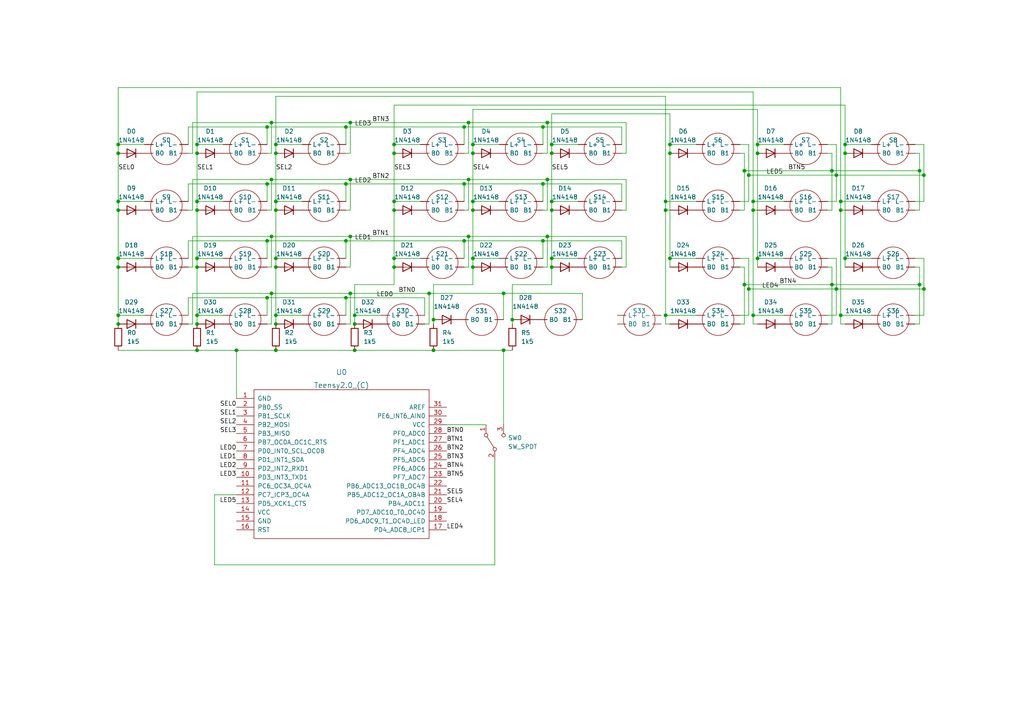
<source format=kicad_sch>
(kicad_sch (version 20211123) (generator eeschema)
  (paper "A4")
  (title_block (title "2023 Button Panel") (rev "1") (company "2129 Ultraviolet"))
  (lib_symbols
    (symbol "Device:R" (pin_numbers hide) (pin_names (offset 0))
      (property "Reference" "R" (at 2.032 0 90))
      (property "Value" "R" (at 0 0 90))
      (symbol "R_0_1"
        (rectangle (start -1.016 -2.54) (end 1.016 2.54) (stroke (width 0.254)))
      )
      (symbol "R_1_1"
        (pin passive line (at 0 3.81 270) (length 1.27) (name "~") (number "1"))
        (pin passive line (at 0 -3.81 90) (length 1.27) (name "~") (number "2"))
      )
    )
    (symbol "Diode:1N4148" (pin_numbers hide) (pin_names hide)
      (property "Reference" "D" (at 0 2.54 0))
      (property "Value" "1N4148" (at 0 -2.54 0))
      (symbol "1N4148_0_1"
        (polyline (pts (xy -1.27 1.27) (xy -1.27 -1.27)) (stroke (width 0.254)))
        (polyline (pts (xy 1.27 0) (xy -1.27 0)))
        (polyline (pts (xy 1.27 1.27) (xy 1.27 -1.27) (xy -1.27 0) (xy 1.27 1.27)) (stroke (width 0.254)))
      )
      (symbol "1N4148_1_1"
        (pin passive line (at -3.81 0 0) (length 2.54) (name "K") (number "1"))
        (pin passive line (at 3.81 0 180) (length 2.54) (name "A") (number "2"))
      )
    )
    (symbol "Switch:SW_SPDT" (pin_names (offset 0) hide)
      (property "Reference" "SW" (at 0 4.318 0))
      (property "Value" "SW_SPDT" (at 0 -5.08 0))
      (symbol "SW_SPDT_0_0"
        (circle (center -2.032 0) (radius 0.508))
        (circle (center 2.032 -2.54) (radius 0.508))
      )
      (symbol "SW_SPDT_0_1"
        (polyline (pts (xy -1.524 0.254) (xy 1.651 2.286)))
        (circle (center 2.032 2.54) (radius 0.508))
      )
      (symbol "SW_SPDT_1_1"
        (pin passive line (at 5.08 2.54 180) (length 2.54) (name "A") (number "1"))
        (pin passive line (at -5.08 0 0) (length 2.54) (name "B") (number "2"))
        (pin passive line (at 5.08 -2.54 180) (length 2.54) (name "C") (number "3"))
      )
    )
    (symbol "adafruit_arcade_button_led_1"
      (property "Reference" "S" (at 0 6.35 0))
      (property "Value" "adafruit_arcade_button_led_1" (at 0 8.89 0))
      (symbol "adafruit_arcade_button_led_1_0_1"
        (circle (center 0 0) (radius 4.5791))
      )
      (symbol "adafruit_arcade_button_led_1_1_1"
        (pin passive line (at -6.35 -1.27 0) (length 2.54) (name "B0") (number ""))
        (pin passive line (at 6.35 -1.27 180) (length 2.54) (name "B1") (number ""))
        (pin passive line (at -6.35 1.27 0) (length 2.54) (name "L+") (number ""))
        (pin passive line (at 6.35 1.27 180) (length 2.54) (name "L-") (number ""))
      )
    )
    (symbol "arcade_buttons:adafruit_arcade_button"
      (property "Reference" "S" (at 0 6.35 0))
      (property "Value" "adafruit_arcade_button" (at 0 8.89 0))
      (symbol "adafruit_arcade_button_0_1"
        (circle (center 0 0) (radius 4.5791))
      )
      (symbol "adafruit_arcade_button_1_1"
        (pin passive line (at -6.35 0 0) (length 2.54) (name "B0") (number ""))
        (pin passive line (at 6.35 0 180) (length 2.54) (name "B1") (number ""))
      )
    )
    (symbol "teensy:Teensy2.0_(C)" (pin_names (offset 1.016))
      (property "Reference" "U" (at 0 24.13 0))
      (property "Value" "Teensy2.0_(C)" (at 0 -24.13 0))
      (symbol "Teensy2.0_(C)_0_1"
        (rectangle (start -25.4 21.59) (end 25.4 -21.59))
      )
      (symbol "Teensy2.0_(C)_1_1"
        (pin power_in line (at -30.48 19.05 0) (length 5.08) (name "GND") (number "1"))
        (pin bidirectional line (at -30.48 -3.81 0) (length 5.08) (name "PD3_INT3_TXD1") (number "10"))
        (pin bidirectional line (at -30.48 -6.35 0) (length 5.08) (name "PC6_OC3A_OC4A") (number "11"))
        (pin bidirectional line (at -30.48 -8.89 0) (length 5.08) (name "PC7_ICP3_OC4A") (number "12"))
        (pin bidirectional line (at -30.48 -11.43 0) (length 5.08) (name "PD5_XCK1_CTS") (number "13"))
        (pin power_in line (at -30.48 -13.97 0) (length 5.08) (name "VCC") (number "14"))
        (pin power_in line (at -30.48 -16.51 0) (length 5.08) (name "GND") (number "15"))
        (pin input line (at -30.48 -19.05 0) (length 5.08) (name "RST") (number "16"))
        (pin bidirectional line (at 30.48 -19.05 180) (length 5.08) (name "PD4_ADC8_ICP1") (number "17"))
        (pin bidirectional line (at 30.48 -16.51 180) (length 5.08) (name "PD6_ADC9_T1_OC4D_LED") (number "18"))
        (pin bidirectional line (at 30.48 -13.97 180) (length 5.08) (name "PD7_ADC10_T0_OC4D") (number "19"))
        (pin bidirectional line (at -30.48 16.51 0) (length 5.08) (name "PB0_SS") (number "2"))
        (pin bidirectional line (at 30.48 -11.43 180) (length 5.08) (name "PB4_ADC11") (number "20"))
        (pin bidirectional line (at 30.48 -8.89 180) (length 5.08) (name "PB5_ADC12_OC1A_OB4B") (number "21"))
        (pin bidirectional line (at 30.48 -6.35 180) (length 5.08) (name "PB6_ADC13_OC1B_OC4B") (number "22"))
        (pin bidirectional line (at 30.48 -3.81 180) (length 5.08) (name "PF7_ADC7") (number "23"))
        (pin bidirectional line (at 30.48 -1.27 180) (length 5.08) (name "PF6_ADC6") (number "24"))
        (pin bidirectional line (at 30.48 1.27 180) (length 5.08) (name "PF5_ADC5") (number "25"))
        (pin bidirectional line (at 30.48 3.81 180) (length 5.08) (name "PF4_ADC4") (number "26"))
        (pin bidirectional line (at 30.48 6.35 180) (length 5.08) (name "PF1_ADC1") (number "27"))
        (pin bidirectional line (at 30.48 8.89 180) (length 5.08) (name "PF0_ADC0") (number "28"))
        (pin power_in line (at 30.48 11.43 180) (length 5.08) (name "VCC") (number "29"))
        (pin bidirectional line (at -30.48 13.97 0) (length 5.08) (name "PB1_SCLK") (number "3"))
        (pin bidirectional line (at 30.48 13.97 180) (length 5.08) (name "PE6_INT6_AIN0") (number "30"))
        (pin input line (at 30.48 16.51 180) (length 5.08) (name "AREF") (number "31"))
        (pin bidirectional line (at -30.48 11.43 0) (length 5.08) (name "PB2_MOSI") (number "4"))
        (pin bidirectional line (at -30.48 8.89 0) (length 5.08) (name "PB3_MISO") (number "5"))
        (pin bidirectional line (at -30.48 6.35 0) (length 5.08) (name "PB7_OC0A_OC1C_RTS") (number "6"))
        (pin bidirectional line (at -30.48 3.81 0) (length 5.08) (name "PD0_INT0_SCL_OC0B") (number "7"))
        (pin bidirectional line (at -30.48 1.27 0) (length 5.08) (name "PD1_INT1_SDA") (number "8"))
        (pin bidirectional line (at -30.48 -1.27 0) (length 5.08) (name "PD2_INT2_RXD1") (number "9"))
      )
    )
  )
  (junction (at 114.3 74.93))
  (junction (at 114.3 58.42))
  (junction (at 57.15 91.44))
  (junction (at 245.11 74.93))
  (junction (at 80.01 58.42))
  (junction (at 78.74 85.09))
  (junction (at 78.74 35.56))
  (junction (at 102.87 93.98))
  (junction (at 217.17 50.8))
  (junction (at 78.74 52.07))
  (junction (at 160.02 77.47))
  (junction (at 135.89 35.56))
  (junction (at 160.02 41.91))
  (junction (at 114.3 77.47))
  (junction (at 245.11 41.91))
  (junction (at 114.3 44.45))
  (junction (at 114.3 41.91))
  (junction (at 243.84 58.42))
  (junction (at 193.04 60.96))
  (junction (at 102.87 101.6))
  (junction (at 241.3 49.53))
  (junction (at 80.01 93.98))
  (junction (at 267.97 83.82))
  (junction (at 215.9 49.53))
  (junction (at 242.57 50.8))
  (junction (at 218.44 91.44))
  (junction (at 266.7 49.53))
  (junction (at 78.74 68.58))
  (junction (at 57.15 77.47))
  (junction (at 137.16 41.91))
  (junction (at 134.62 53.34))
  (junction (at 77.47 69.85))
  (junction (at 157.48 69.85))
  (junction (at 57.15 101.6))
  (junction (at 267.97 50.8))
  (junction (at 124.46 85.09))
  (junction (at 34.29 60.96))
  (junction (at 218.44 60.96))
  (junction (at 158.75 52.07))
  (junction (at 77.47 53.34))
  (junction (at 137.16 44.45))
  (junction (at 193.04 58.42))
  (junction (at 158.75 35.56))
  (junction (at 80.01 77.47))
  (junction (at 160.02 44.45))
  (junction (at 80.01 74.93))
  (junction (at 34.29 58.42))
  (junction (at 57.15 60.96))
  (junction (at 137.16 60.96))
  (junction (at 34.29 77.47))
  (junction (at 219.71 44.45))
  (junction (at 57.15 58.42))
  (junction (at 125.73 92.71))
  (junction (at 160.02 74.93))
  (junction (at 102.87 91.44))
  (junction (at 194.31 41.91))
  (junction (at 34.29 44.45))
  (junction (at 137.16 74.93))
  (junction (at 100.33 86.36))
  (junction (at 57.15 74.93))
  (junction (at 218.44 58.42))
  (junction (at 219.71 74.93))
  (junction (at 194.31 74.93))
  (junction (at 243.84 60.96))
  (junction (at 160.02 58.42))
  (junction (at 34.29 91.44))
  (junction (at 266.7 82.55))
  (junction (at 77.47 36.83))
  (junction (at 146.05 101.6))
  (junction (at 57.15 44.45))
  (junction (at 125.73 101.6))
  (junction (at 148.59 92.71))
  (junction (at 158.75 68.58))
  (junction (at 157.48 53.34))
  (junction (at 134.62 69.85))
  (junction (at 101.6 52.07))
  (junction (at 146.05 85.09))
  (junction (at 193.04 91.44))
  (junction (at 101.6 68.58))
  (junction (at 100.33 69.85))
  (junction (at 57.15 93.98))
  (junction (at 219.71 41.91))
  (junction (at 242.57 83.82))
  (junction (at 101.6 35.56))
  (junction (at 194.31 44.45))
  (junction (at 80.01 44.45))
  (junction (at 100.33 36.83))
  (junction (at 80.01 101.6))
  (junction (at 80.01 41.91))
  (junction (at 34.29 74.93))
  (junction (at 100.33 53.34))
  (junction (at 245.11 44.45))
  (junction (at 241.3 82.55))
  (junction (at 134.62 36.83))
  (junction (at 157.48 36.83))
  (junction (at 135.89 52.07))
  (junction (at 57.15 41.91))
  (junction (at 137.16 58.42))
  (junction (at 101.6 85.09))
  (junction (at 215.9 82.55))
  (junction (at 68.58 101.6))
  (junction (at 135.89 68.58))
  (junction (at 34.29 41.91))
  (junction (at 243.84 91.44))
  (junction (at 34.29 93.98))
  (junction (at 80.01 60.96))
  (junction (at 137.16 77.47))
  (junction (at 217.17 83.82))
  (junction (at 77.47 86.36))
  (junction (at 160.02 60.96))
  (junction (at 80.01 91.44))
  (junction (at 114.3 60.96))
  (wire (pts (xy 101.6 35.56) (xy 135.89 35.56)))
  (wire (pts (xy 78.74 68.58) (xy 101.6 68.58)))
  (wire (pts (xy 219.71 41.91) (xy 219.71 31.75)))
  (wire (pts (xy 54.61 93.98) (xy 55.88 93.98)))
  (wire (pts (xy 219.71 41.91) (xy 227.33 41.91)))
  (wire (pts (xy 80.01 41.91) (xy 80.01 44.45)))
  (wire (pts (xy 215.9 60.96) (xy 214.63 60.96)))
  (wire (pts (xy 55.88 85.09) (xy 55.88 93.98)))
  (wire (pts (xy 215.9 49.53) (xy 215.9 60.96)))
  (wire (pts (xy 243.84 91.44) (xy 243.84 93.98)))
  (wire (pts (xy 57.15 41.91) (xy 57.15 44.45)))
  (wire (pts (xy 80.01 91.44) (xy 80.01 93.98)))
  (wire (pts (xy 160.02 82.55) (xy 148.59 82.55)))
  (wire (pts (xy 245.11 74.93) (xy 245.11 77.47)))
  (wire (pts (xy 137.16 41.91) (xy 144.78 41.91)))
  (wire (pts (xy 57.15 60.96) (xy 57.15 74.93)))
  (wire (pts (xy 148.59 92.71) (xy 148.59 93.98)))
  (wire (pts (xy 114.3 30.48) (xy 114.3 41.91)))
  (wire (pts (xy 34.29 101.6) (xy 57.15 101.6)))
  (wire (pts (xy 80.01 27.94) (xy 80.01 41.91)))
  (wire (pts (xy 78.74 85.09) (xy 101.6 85.09)))
  (wire (pts (xy 68.58 101.6) (xy 68.58 115.57)))
  (wire (pts (xy 78.74 68.58) (xy 78.74 77.47)))
  (wire (pts (xy 135.89 52.07) (xy 158.75 52.07)))
  (wire (pts (xy 101.6 85.09) (xy 124.46 85.09)))
  (wire (pts (xy 157.48 74.93) (xy 157.48 69.85)))
  (wire (pts (xy 242.57 83.82) (xy 242.57 74.93)))
  (wire (pts (xy 194.31 41.91) (xy 201.93 41.91)))
  (wire (pts (xy 102.87 91.44) (xy 110.49 91.44)))
  (wire (pts (xy 124.46 85.09) (xy 146.05 85.09)))
  (wire (pts (xy 77.47 69.85) (xy 77.47 74.93)))
  (wire (pts (xy 137.16 74.93) (xy 137.16 60.96)))
  (wire (pts (xy 134.62 36.83) (xy 100.33 36.83)))
  (wire (pts (xy 265.43 60.96) (xy 266.7 60.96)))
  (wire (pts (xy 34.29 44.45) (xy 34.29 58.42)))
  (wire (pts (xy 181.61 60.96) (xy 180.34 60.96)))
  (wire (pts (xy 134.62 58.42) (xy 134.62 53.34)))
  (wire (pts (xy 266.7 44.45) (xy 265.43 44.45)))
  (wire (pts (xy 146.05 85.09) (xy 168.91 85.09)))
  (wire (pts (xy 218.44 26.67) (xy 57.15 26.67)))
  (wire (pts (xy 218.44 58.42) (xy 218.44 26.67)))
  (wire (pts (xy 158.75 35.56) (xy 158.75 44.45)))
  (wire (pts (xy 241.3 82.55) (xy 241.3 77.47)))
  (wire (pts (xy 180.34 41.91) (xy 180.34 36.83)))
  (wire (pts (xy 218.44 91.44) (xy 227.33 91.44)))
  (wire (pts (xy 137.16 58.42) (xy 137.16 44.45)))
  (wire (pts (xy 157.48 41.91) (xy 157.48 36.83)))
  (wire (pts (xy 78.74 60.96) (xy 77.47 60.96)))
  (wire (pts (xy 217.17 41.91) (xy 214.63 41.91)))
  (wire (pts (xy 146.05 101.6) (xy 148.59 101.6)))
  (wire (pts (xy 134.62 74.93) (xy 134.62 69.85)))
  (wire (pts (xy 181.61 44.45) (xy 180.34 44.45)))
  (wire (pts (xy 180.34 53.34) (xy 157.48 53.34)))
  (wire (pts (xy 101.6 44.45) (xy 100.33 44.45)))
  (wire (pts (xy 102.87 91.44) (xy 102.87 93.98)))
  (wire (pts (xy 245.11 44.45) (xy 245.11 74.93)))
  (wire (pts (xy 101.6 52.07) (xy 135.89 52.07)))
  (wire (pts (xy 77.47 93.98) (xy 78.74 93.98)))
  (wire (pts (xy 243.84 58.42) (xy 252.73 58.42)))
  (wire (pts (xy 80.01 101.6) (xy 102.87 101.6)))
  (wire (pts (xy 218.44 93.98) (xy 218.44 91.44)))
  (wire (pts (xy 102.87 101.6) (xy 125.73 101.6)))
  (wire (pts (xy 193.04 91.44) (xy 193.04 60.96)))
  (wire (pts (xy 218.44 60.96) (xy 218.44 58.42)))
  (wire (pts (xy 101.6 68.58) (xy 135.89 68.58)))
  (wire (pts (xy 242.57 58.42) (xy 242.57 50.8)))
  (wire (pts (xy 241.3 82.55) (xy 266.7 82.55)))
  (wire (pts (xy 80.01 74.93) (xy 87.63 74.93)))
  (wire (pts (xy 181.61 77.47) (xy 180.34 77.47)))
  (wire (pts (xy 135.89 44.45) (xy 134.62 44.45)))
  (wire (pts (xy 77.47 69.85) (xy 100.33 69.85)))
  (wire (pts (xy 194.31 74.93) (xy 194.31 77.47)))
  (wire (pts (xy 245.11 41.91) (xy 245.11 44.45)))
  (wire (pts (xy 219.71 93.98) (xy 218.44 93.98)))
  (wire (pts (xy 219.71 31.75) (xy 137.16 31.75)))
  (wire (pts (xy 160.02 74.93) (xy 167.64 74.93)))
  (wire (pts (xy 80.01 44.45) (xy 80.01 58.42)))
  (wire (pts (xy 125.73 82.55) (xy 137.16 82.55)))
  (wire (pts (xy 217.17 74.93) (xy 214.63 74.93)))
  (wire (pts (xy 215.9 49.53) (xy 241.3 49.53)))
  (wire (pts (xy 80.01 91.44) (xy 87.63 91.44)))
  (wire (pts (xy 146.05 85.09) (xy 146.05 92.71)))
  (wire (pts (xy 55.88 44.45) (xy 54.61 44.45)))
  (wire (pts (xy 34.29 91.44) (xy 41.91 91.44)))
  (wire (pts (xy 193.04 93.98) (xy 193.04 91.44)))
  (wire (pts (xy 77.47 53.34) (xy 77.47 58.42)))
  (wire (pts (xy 194.31 44.45) (xy 194.31 74.93)))
  (wire (pts (xy 180.34 58.42) (xy 180.34 53.34)))
  (wire (pts (xy 218.44 91.44) (xy 218.44 60.96)))
  (wire (pts (xy 242.57 50.8) (xy 242.57 41.91)))
  (wire (pts (xy 57.15 91.44) (xy 57.15 93.98)))
  (wire (pts (xy 194.31 33.02) (xy 160.02 33.02)))
  (wire (pts (xy 215.9 44.45) (xy 215.9 49.53)))
  (wire (pts (xy 217.17 91.44) (xy 217.17 83.82)))
  (wire (pts (xy 34.29 58.42) (xy 34.29 60.96)))
  (wire (pts (xy 34.29 58.42) (xy 41.91 58.42)))
  (wire (pts (xy 64.77 41.91) (xy 57.15 41.91)))
  (wire (pts (xy 34.29 41.91) (xy 34.29 44.45)))
  (wire (pts (xy 242.57 74.93) (xy 240.03 74.93)))
  (wire (pts (xy 101.6 85.09) (xy 101.6 93.98)))
  (wire (pts (xy 62.23 143.51) (xy 68.58 143.51)))
  (wire (pts (xy 100.33 69.85) (xy 100.33 74.93)))
  (wire (pts (xy 101.6 68.58) (xy 101.6 77.47)))
  (wire (pts (xy 218.44 58.42) (xy 227.33 58.42)))
  (wire (pts (xy 124.46 85.09) (xy 124.46 93.98)))
  (wire (pts (xy 143.51 133.35) (xy 143.51 163.83)))
  (wire (pts (xy 114.3 58.42) (xy 114.3 60.96)))
  (wire (pts (xy 181.61 68.58) (xy 181.61 77.47)))
  (wire (pts (xy 34.29 25.4) (xy 34.29 41.91)))
  (wire (pts (xy 215.9 82.55) (xy 215.9 93.98)))
  (wire (pts (xy 180.34 74.93) (xy 180.34 69.85)))
  (wire (pts (xy 101.6 77.47) (xy 100.33 77.47)))
  (wire (pts (xy 265.43 93.98) (xy 266.7 93.98)))
  (wire (pts (xy 245.11 41.91) (xy 245.11 30.48)))
  (wire (pts (xy 242.57 50.8) (xy 267.97 50.8)))
  (wire (pts (xy 158.75 52.07) (xy 158.75 60.96)))
  (wire (pts (xy 160.02 33.02) (xy 160.02 41.91)))
  (wire (pts (xy 240.03 58.42) (xy 242.57 58.42)))
  (wire (pts (xy 137.16 82.55) (xy 137.16 77.47)))
  (wire (pts (xy 54.61 53.34) (xy 54.61 58.42)))
  (wire (pts (xy 137.16 60.96) (xy 137.16 58.42)))
  (wire (pts (xy 215.9 93.98) (xy 214.63 93.98)))
  (wire (pts (xy 217.17 58.42) (xy 217.17 50.8)))
  (wire (pts (xy 160.02 74.93) (xy 160.02 77.47)))
  (wire (pts (xy 114.3 77.47) (xy 114.3 82.55)))
  (wire (pts (xy 241.3 93.98) (xy 241.3 82.55)))
  (wire (pts (xy 80.01 58.42) (xy 87.63 58.42)))
  (wire (pts (xy 157.48 69.85) (xy 134.62 69.85)))
  (wire (pts (xy 123.19 91.44) (xy 123.19 86.36)))
  (wire (pts (xy 193.04 91.44) (xy 201.93 91.44)))
  (wire (pts (xy 34.29 91.44) (xy 34.29 93.98)))
  (wire (pts (xy 134.62 69.85) (xy 100.33 69.85)))
  (wire (pts (xy 193.04 58.42) (xy 193.04 27.94)))
  (wire (pts (xy 125.73 92.71) (xy 125.73 93.98)))
  (wire (pts (xy 100.33 86.36) (xy 100.33 91.44)))
  (wire (pts (xy 100.33 53.34) (xy 100.33 58.42)))
  (wire (pts (xy 240.03 60.96) (xy 241.3 60.96)))
  (wire (pts (xy 80.01 60.96) (xy 80.01 74.93)))
  (wire (pts (xy 267.97 50.8) (xy 267.97 41.91)))
  (wire (pts (xy 219.71 44.45) (xy 219.71 74.93)))
  (wire (pts (xy 57.15 74.93) (xy 64.77 74.93)))
  (wire (pts (xy 77.47 86.36) (xy 100.33 86.36)))
  (wire (pts (xy 100.33 36.83) (xy 100.33 41.91)))
  (wire (pts (xy 57.15 58.42) (xy 57.15 60.96)))
  (wire (pts (xy 125.73 82.55) (xy 125.73 92.71)))
  (wire (pts (xy 137.16 44.45) (xy 137.16 41.91)))
  (wire (pts (xy 135.89 35.56) (xy 135.89 44.45)))
  (wire (pts (xy 158.75 35.56) (xy 181.61 35.56)))
  (wire (pts (xy 54.61 86.36) (xy 77.47 86.36)))
  (wire (pts (xy 34.29 77.47) (xy 34.29 91.44)))
  (wire (pts (xy 194.31 93.98) (xy 193.04 93.98)))
  (wire (pts (xy 55.88 85.09) (xy 78.74 85.09)))
  (wire (pts (xy 78.74 85.09) (xy 78.74 93.98)))
  (wire (pts (xy 100.33 93.98) (xy 101.6 93.98)))
  (wire (pts (xy 265.43 58.42) (xy 267.97 58.42)))
  (wire (pts (xy 157.48 53.34) (xy 134.62 53.34)))
  (wire (pts (xy 57.15 91.44) (xy 64.77 91.44)))
  (wire (pts (xy 124.46 93.98) (xy 123.19 93.98)))
  (wire (pts (xy 158.75 44.45) (xy 157.48 44.45)))
  (wire (pts (xy 219.71 74.93) (xy 219.71 77.47)))
  (wire (pts (xy 158.75 68.58) (xy 135.89 68.58)))
  (wire (pts (xy 243.84 58.42) (xy 243.84 60.96)))
  (wire (pts (xy 214.63 44.45) (xy 215.9 44.45)))
  (wire (pts (xy 243.84 91.44) (xy 252.73 91.44)))
  (wire (pts (xy 77.47 36.83) (xy 77.47 41.91)))
  (wire (pts (xy 266.7 93.98) (xy 266.7 82.55)))
  (wire (pts (xy 157.48 58.42) (xy 157.48 53.34)))
  (wire (pts (xy 87.63 41.91) (xy 80.01 41.91)))
  (wire (pts (xy 160.02 41.91) (xy 160.02 44.45)))
  (wire (pts (xy 34.29 25.4) (xy 243.84 25.4)))
  (wire (pts (xy 102.87 82.55) (xy 102.87 91.44)))
  (wire (pts (xy 241.3 49.53) (xy 266.7 49.53)))
  (wire (pts (xy 114.3 60.96) (xy 114.3 74.93)))
  (wire (pts (xy 57.15 58.42) (xy 64.77 58.42)))
  (wire (pts (xy 80.01 77.47) (xy 80.01 91.44)))
  (wire (pts (xy 78.74 52.07) (xy 101.6 52.07)))
  (wire (pts (xy 214.63 77.47) (xy 215.9 77.47)))
  (wire (pts (xy 146.05 101.6) (xy 146.05 123.19)))
  (wire (pts (xy 267.97 58.42) (xy 267.97 50.8)))
  (wire (pts (xy 194.31 41.91) (xy 194.31 33.02)))
  (wire (pts (xy 114.3 82.55) (xy 102.87 82.55)))
  (wire (pts (xy 193.04 27.94) (xy 80.01 27.94)))
  (wire (pts (xy 101.6 60.96) (xy 100.33 60.96)))
  (wire (pts (xy 143.51 163.83) (xy 62.23 163.83)))
  (wire (pts (xy 101.6 52.07) (xy 101.6 60.96)))
  (wire (pts (xy 243.84 93.98) (xy 245.11 93.98)))
  (wire (pts (xy 125.73 101.6) (xy 146.05 101.6)))
  (wire (pts (xy 134.62 53.34) (xy 100.33 53.34)))
  (wire (pts (xy 267.97 74.93) (xy 265.43 74.93)))
  (wire (pts (xy 78.74 77.47) (xy 77.47 77.47)))
  (wire (pts (xy 193.04 60.96) (xy 193.04 58.42)))
  (wire (pts (xy 243.84 58.42) (xy 243.84 25.4)))
  (wire (pts (xy 168.91 85.09) (xy 168.91 92.71)))
  (wire (pts (xy 41.91 41.91) (xy 34.29 41.91)))
  (wire (pts (xy 114.3 41.91) (xy 121.92 41.91)))
  (wire (pts (xy 78.74 44.45) (xy 77.47 44.45)))
  (wire (pts (xy 214.63 91.44) (xy 217.17 91.44)))
  (wire (pts (xy 158.75 68.58) (xy 181.61 68.58)))
  (wire (pts (xy 194.31 74.93) (xy 201.93 74.93)))
  (wire (pts (xy 137.16 31.75) (xy 137.16 41.91)))
  (wire (pts (xy 266.7 49.53) (xy 266.7 44.45)))
  (wire (pts (xy 157.48 77.47) (xy 158.75 77.47)))
  (wire (pts (xy 54.61 36.83) (xy 54.61 41.91)))
  (wire (pts (xy 135.89 60.96) (xy 134.62 60.96)))
  (wire (pts (xy 34.29 74.93) (xy 41.91 74.93)))
  (wire (pts (xy 240.03 91.44) (xy 242.57 91.44)))
  (wire (pts (xy 193.04 60.96) (xy 194.31 60.96)))
  (wire (pts (xy 114.3 74.93) (xy 114.3 77.47)))
  (wire (pts (xy 219.71 41.91) (xy 219.71 44.45)))
  (wire (pts (xy 160.02 44.45) (xy 160.02 58.42)))
  (wire (pts (xy 57.15 101.6) (xy 68.58 101.6)))
  (wire (pts (xy 55.88 35.56) (xy 78.74 35.56)))
  (wire (pts (xy 180.34 36.83) (xy 157.48 36.83)))
  (wire (pts (xy 135.89 52.07) (xy 135.89 60.96)))
  (wire (pts (xy 54.61 36.83) (xy 77.47 36.83)))
  (wire (pts (xy 57.15 44.45) (xy 57.15 58.42)))
  (wire (pts (xy 215.9 82.55) (xy 241.3 82.55)))
  (wire (pts (xy 158.75 77.47) (xy 158.75 68.58)))
  (wire (pts (xy 54.61 69.85) (xy 77.47 69.85)))
  (wire (pts (xy 54.61 53.34) (xy 77.47 53.34)))
  (wire (pts (xy 129.54 123.19) (xy 140.97 123.19)))
  (wire (pts (xy 160.02 58.42) (xy 167.64 58.42)))
  (wire (pts (xy 266.7 77.47) (xy 265.43 77.47)))
  (wire (pts (xy 55.88 68.58) (xy 78.74 68.58)))
  (wire (pts (xy 240.03 93.98) (xy 241.3 93.98)))
  (wire (pts (xy 214.63 58.42) (xy 217.17 58.42)))
  (wire (pts (xy 241.3 60.96) (xy 241.3 49.53)))
  (wire (pts (xy 101.6 35.56) (xy 101.6 44.45)))
  (wire (pts (xy 55.88 60.96) (xy 54.61 60.96)))
  (wire (pts (xy 157.48 36.83) (xy 134.62 36.83)))
  (wire (pts (xy 160.02 41.91) (xy 167.64 41.91)))
  (wire (pts (xy 78.74 35.56) (xy 78.74 44.45)))
  (wire (pts (xy 242.57 83.82) (xy 267.97 83.82)))
  (wire (pts (xy 55.88 52.07) (xy 78.74 52.07)))
  (wire (pts (xy 80.01 58.42) (xy 80.01 60.96)))
  (wire (pts (xy 181.61 52.07) (xy 181.61 60.96)))
  (wire (pts (xy 34.29 60.96) (xy 34.29 74.93)))
  (wire (pts (xy 114.3 30.48) (xy 245.11 30.48)))
  (wire (pts (xy 62.23 163.83) (xy 62.23 143.51)))
  (wire (pts (xy 193.04 58.42) (xy 201.93 58.42)))
  (wire (pts (xy 77.47 36.83) (xy 100.33 36.83)))
  (wire (pts (xy 78.74 35.56) (xy 101.6 35.56)))
  (wire (pts (xy 135.89 35.56) (xy 158.75 35.56)))
  (wire (pts (xy 57.15 77.47) (xy 57.15 91.44)))
  (wire (pts (xy 137.16 77.47) (xy 137.16 74.93)))
  (wire (pts (xy 114.3 41.91) (xy 114.3 44.45)))
  (wire (pts (xy 245.11 74.93) (xy 252.73 74.93)))
  (wire (pts (xy 267.97 83.82) (xy 267.97 74.93)))
  (wire (pts (xy 218.44 60.96) (xy 219.71 60.96)))
  (wire (pts (xy 266.7 60.96) (xy 266.7 49.53)))
  (wire (pts (xy 68.58 101.6) (xy 80.01 101.6)))
  (wire (pts (xy 34.29 74.93) (xy 34.29 77.47)))
  (wire (pts (xy 217.17 50.8) (xy 242.57 50.8)))
  (wire (pts (xy 77.47 53.34) (xy 100.33 53.34)))
  (wire (pts (xy 55.88 77.47) (xy 54.61 77.47)))
  (wire (pts (xy 267.97 91.44) (xy 267.97 83.82)))
  (wire (pts (xy 241.3 49.53) (xy 241.3 44.45)))
  (wire (pts (xy 135.89 68.58) (xy 135.89 77.47)))
  (wire (pts (xy 158.75 52.07) (xy 181.61 52.07)))
  (wire (pts (xy 134.62 41.91) (xy 134.62 36.83)))
  (wire (pts (xy 217.17 83.82) (xy 242.57 83.82)))
  (wire (pts (xy 160.02 58.42) (xy 160.02 60.96)))
  (wire (pts (xy 217.17 50.8) (xy 217.17 41.91)))
  (wire (pts (xy 242.57 91.44) (xy 242.57 83.82)))
  (wire (pts (xy 242.57 41.91) (xy 240.03 41.91)))
  (wire (pts (xy 181.61 35.56) (xy 181.61 44.45)))
  (wire (pts (xy 241.3 44.45) (xy 240.03 44.45)))
  (wire (pts (xy 54.61 69.85) (xy 54.61 74.93)))
  (wire (pts (xy 219.71 74.93) (xy 227.33 74.93)))
  (wire (pts (xy 55.88 52.07) (xy 55.88 60.96)))
  (wire (pts (xy 160.02 77.47) (xy 160.02 82.55)))
  (wire (pts (xy 158.75 60.96) (xy 157.48 60.96)))
  (wire (pts (xy 267.97 41.91) (xy 265.43 41.91)))
  (wire (pts (xy 265.43 91.44) (xy 267.97 91.44)))
  (wire (pts (xy 245.11 41.91) (xy 252.73 41.91)))
  (wire (pts (xy 160.02 60.96) (xy 160.02 74.93)))
  (wire (pts (xy 55.88 68.58) (xy 55.88 77.47)))
  (wire (pts (xy 266.7 82.55) (xy 266.7 77.47)))
  (wire (pts (xy 243.84 60.96) (xy 243.84 91.44)))
  (wire (pts (xy 180.34 69.85) (xy 157.48 69.85)))
  (wire (pts (xy 148.59 82.55) (xy 148.59 92.71)))
  (wire (pts (xy 57.15 74.93) (xy 57.15 77.47)))
  (wire (pts (xy 243.84 60.96) (xy 245.11 60.96)))
  (wire (pts (xy 78.74 52.07) (xy 78.74 60.96)))
  (wire (pts (xy 80.01 74.93) (xy 80.01 77.47)))
  (wire (pts (xy 114.3 44.45) (xy 114.3 58.42)))
  (wire (pts (xy 54.61 86.36) (xy 54.61 91.44)))
  (wire (pts (xy 241.3 77.47) (xy 240.03 77.47)))
  (wire (pts (xy 137.16 58.42) (xy 144.78 58.42)))
  (wire (pts (xy 114.3 74.93) (xy 121.92 74.93)))
  (wire (pts (xy 55.88 35.56) (xy 55.88 44.45)))
  (wire (pts (xy 57.15 26.67) (xy 57.15 41.91)))
  (wire (pts (xy 77.47 86.36) (xy 77.47 91.44)))
  (wire (pts (xy 194.31 41.91) (xy 194.31 44.45)))
  (wire (pts (xy 137.16 74.93) (xy 144.78 74.93)))
  (wire (pts (xy 123.19 86.36) (xy 100.33 86.36)))
  (wire (pts (xy 215.9 77.47) (xy 215.9 82.55)))
  (wire (pts (xy 217.17 83.82) (xy 217.17 74.93)))
  (wire (pts (xy 135.89 77.47) (xy 134.62 77.47)))
  (wire (pts (xy 114.3 58.42) (xy 121.92 58.42)))
  (label "LED4" (at 220.98 83.82 0))
  (label "SEL1" (at 68.58 120.65 180))
  (label "SEL4" (at 129.54 146.05 0))
  (label "BTN2" (at 129.54 130.81 0))
  (label "BTN1" (at 129.54 128.27 0))
  (label "LED3" (at 68.58 138.43 180))
  (label "SEL5" (at 129.54 143.51 0))
  (label "BTN1" (at 107.95 68.58 0))
  (label "SEL3" (at 68.58 125.73 180))
  (label "BTN3" (at 129.54 133.35 0))
  (label "LED0" (at 109.22 86.36 0))
  (label "SEL4" (at 137.16 49.53 0))
  (label "BTN2" (at 107.95 52.07 0))
  (label "LED2" (at 68.58 135.89 180))
  (label "BTN4" (at 226.06 82.55 0))
  (label "LED1" (at 68.58 133.35 180))
  (label "SEL2" (at 68.58 123.19 180))
  (label "LED1" (at 102.87 69.85 0))
  (label "LED4" (at 129.54 153.67 0))
  (label "BTN5" (at 129.54 138.43 0))
  (label "SEL0" (at 34.29 49.53 0))
  (label "SEL1" (at 57.15 49.53 0))
  (label "LED3" (at 102.87 36.83 0))
  (label "LED5" (at 68.58 146.05 180))
  (label "LED0" (at 68.58 130.81 180))
  (label "SEL3" (at 114.3 49.53 0))
  (label "BTN4" (at 129.54 135.89 0))
  (label "BTN0" (at 129.54 125.73 0))
  (label "SEL0" (at 68.58 118.11 180))
  (label "LED5" (at 222.25 50.8 0))
  (label "LED2" (at 102.87 53.34 0))
  (label "SEL5" (at 160.02 49.53 0))
  (label "BTN3" (at 107.95 35.56 0))
  (label "SEL2" (at 80.01 49.53 0))
  (label "BTN5" (at 228.6 49.53 0))
  (label "BTN0" (at 115.57 85.09 0))
  (symbol (lib_name "adafruit_arcade_button_led_1") (lib_id "arcade_buttons:adafruit_arcade_button_led") (at 71.12 76.2 0) (unit 1)
    (property "Reference" "S19" (at 71.12 73.66 0))
    (property "Value" "adafruit_arcade_button_led" (effects hide))
  )
  (symbol (lib_id "Device:R") (at 80.01 97.79 0) (unit 1)
    (property "Reference" "R2" (at 82.55 96.5199 0) (effects (justify left)))
    (property "Value" "1k5" (at 82.55 99.0599 0) (effects (justify left)))
  )
  (symbol (lib_id "arcade_buttons:adafruit_arcade_button") (at 139.7 92.71 0) (unit 1)
    (property "Reference" "S31" (at 139.7 90.17 0))
    (property "Value" "adafruit_arcade_button" (effects hide))
  )
  (symbol (lib_id "Diode:1N4148") (at 198.12 77.47 180) (unit 1)
    (property "Reference" "D24" (at 198.12 71.12 0))
    (property "Value" "1N4148" (at 198.12 73.66 0))
    (property "Footprint" "Diode_THT:D_DO-35_SOD27_P7.62mm_Horizontal" (effects hide))
    (property "Datasheet" "https://assets.nexperia.com/documents/data-sheet/1N4148_1N4448.pdf" (effects hide))
  )
  (symbol (lib_id "Diode:1N4148") (at 60.96 77.47 180) (unit 1)
    (property "Reference" "D19" (at 60.96 71.12 0))
    (property "Value" "1N4148" (at 60.96 73.66 0))
    (property "Footprint" "Diode_THT:D_DO-35_SOD27_P7.62mm_Horizontal" (effects hide))
    (property "Datasheet" "https://assets.nexperia.com/documents/data-sheet/1N4148_1N4448.pdf" (effects hide))
  )
  (symbol (lib_id "Diode:1N4148") (at 38.1 77.47 180) (unit 1)
    (property "Reference" "D18" (at 38.1 71.12 0))
    (property "Value" "1N4148" (at 38.1 73.66 0))
    (property "Footprint" "Diode_THT:D_DO-35_SOD27_P7.62mm_Horizontal" (effects hide))
    (property "Datasheet" "https://assets.nexperia.com/documents/data-sheet/1N4148_1N4448.pdf" (effects hide))
  )
  (symbol (lib_name "adafruit_arcade_button_led_1") (lib_id "arcade_buttons:adafruit_arcade_button_led") (at 173.99 59.69 0) (unit 1)
    (property "Reference" "S14" (at 173.99 57.15 0))
    (property "Value" "adafruit_arcade_button_led" (effects hide))
  )
  (symbol (lib_name "adafruit_arcade_button_led_1") (lib_id "arcade_buttons:adafruit_arcade_button_led") (at 128.27 43.18 0) (unit 1)
    (property "Reference" "S3" (at 128.27 40.64 0))
    (property "Value" "adafruit_arcade_button_led" (effects hide))
  )
  (symbol (lib_name "adafruit_arcade_button_led_1") (lib_id "arcade_buttons:adafruit_arcade_button_led") (at 233.68 59.69 0) (unit 1)
    (property "Reference" "S16" (at 233.68 57.15 0))
    (property "Value" "adafruit_arcade_button_led" (effects hide))
  )
  (symbol (lib_name "adafruit_arcade_button_led_1") (lib_id "arcade_buttons:adafruit_arcade_button_led") (at 48.26 92.71 0) (unit 1)
    (property "Reference" "S27" (at 48.26 90.17 0))
    (property "Value" "adafruit_arcade_button_led" (effects hide))
  )
  (symbol (lib_name "adafruit_arcade_button_led_1") (lib_id "arcade_buttons:adafruit_arcade_button_led") (at 93.98 43.18 0) (unit 1)
    (property "Reference" "S2" (at 93.98 40.64 0))
    (property "Value" "adafruit_arcade_button_led" (effects hide))
  )
  (symbol (lib_name "adafruit_arcade_button_led_1") (lib_id "arcade_buttons:adafruit_arcade_button_led") (at 233.68 92.71 0) (unit 1)
    (property "Reference" "S35" (at 233.68 90.17 0))
    (property "Value" "adafruit_arcade_button_led" (effects hide))
  )
  (symbol (lib_id "Diode:1N4148") (at 198.12 93.98 180) (unit 1)
    (property "Reference" "D33" (at 198.12 87.63 0))
    (property "Value" "1N4148" (at 198.12 90.17 0))
    (property "Footprint" "Diode_THT:D_DO-35_SOD27_P7.62mm_Horizontal" (effects hide))
    (property "Datasheet" "https://assets.nexperia.com/documents/data-sheet/1N4148_1N4448.pdf" (effects hide))
  )
  (symbol (lib_id "Diode:1N4148") (at 223.52 77.47 180) (unit 1)
    (property "Reference" "D25" (at 223.52 71.12 0))
    (property "Value" "1N4148" (at 223.52 73.66 0))
    (property "Footprint" "Diode_THT:D_DO-35_SOD27_P7.62mm_Horizontal" (effects hide))
    (property "Datasheet" "https://assets.nexperia.com/documents/data-sheet/1N4148_1N4448.pdf" (effects hide))
  )
  (symbol (lib_id "Diode:1N4148") (at 223.52 44.45 180) (unit 1)
    (property "Reference" "D7" (at 223.52 38.1 0))
    (property "Value" "1N4148" (at 223.52 40.64 0))
    (property "Footprint" "Diode_THT:D_DO-35_SOD27_P7.62mm_Horizontal" (effects hide))
    (property "Datasheet" "https://assets.nexperia.com/documents/data-sheet/1N4148_1N4448.pdf" (effects hide))
  )
  (symbol (lib_id "Diode:1N4148") (at 38.1 60.96 180) (unit 1)
    (property "Reference" "D9" (at 38.1 54.61 0))
    (property "Value" "1N4148" (at 38.1 57.15 0))
    (property "Footprint" "Diode_THT:D_DO-35_SOD27_P7.62mm_Horizontal" (effects hide))
    (property "Datasheet" "https://assets.nexperia.com/documents/data-sheet/1N4148_1N4448.pdf" (effects hide))
  )
  (symbol (lib_name "adafruit_arcade_button_led_1") (lib_id "arcade_buttons:adafruit_arcade_button_led") (at 208.28 43.18 0) (unit 1)
    (property "Reference" "S6" (at 208.28 40.64 0))
    (property "Value" "adafruit_arcade_button_led" (effects hide))
  )
  (symbol (lib_name "adafruit_arcade_button_led_1") (lib_id "arcade_buttons:adafruit_arcade_button_led") (at 233.68 43.18 0) (unit 1)
    (property "Reference" "S7" (at 233.68 40.64 0))
    (property "Value" "adafruit_arcade_button_led" (effects hide))
  )
  (symbol (lib_name "adafruit_arcade_button_led_1") (lib_id "arcade_buttons:adafruit_arcade_button_led") (at 259.08 76.2 0) (unit 1)
    (property "Reference" "S26" (at 259.08 73.66 0))
    (property "Value" "adafruit_arcade_button_led" (effects hide))
  )
  (symbol (lib_id "Diode:1N4148") (at 198.12 60.96 180) (unit 1)
    (property "Reference" "D15" (at 198.12 54.61 0))
    (property "Value" "1N4148" (at 198.12 57.15 0))
    (property "Footprint" "Diode_THT:D_DO-35_SOD27_P7.62mm_Horizontal" (effects hide))
    (property "Datasheet" "https://assets.nexperia.com/documents/data-sheet/1N4148_1N4448.pdf" (effects hide))
  )
  (symbol (lib_id "Device:R") (at 125.73 97.79 0) (unit 1)
    (property "Reference" "R4" (at 128.27 96.5199 0) (effects (justify left)))
    (property "Value" "1k5" (at 128.27 99.0599 0) (effects (justify left)))
  )
  (symbol (lib_id "Diode:1N4148") (at 223.52 60.96 180) (unit 1)
    (property "Reference" "D16" (at 223.52 54.61 0))
    (property "Value" "1N4148" (at 223.52 57.15 0))
    (property "Footprint" "Diode_THT:D_DO-35_SOD27_P7.62mm_Horizontal" (effects hide))
    (property "Datasheet" "https://assets.nexperia.com/documents/data-sheet/1N4148_1N4448.pdf" (effects hide))
  )
  (symbol (lib_id "Diode:1N4148") (at 140.97 77.47 180) (unit 1)
    (property "Reference" "D22" (at 140.97 71.12 0))
    (property "Value" "1N4148" (at 140.97 73.66 0))
    (property "Footprint" "Diode_THT:D_DO-35_SOD27_P7.62mm_Horizontal" (effects hide))
    (property "Datasheet" "https://assets.nexperia.com/documents/data-sheet/1N4148_1N4448.pdf" (effects hide))
  )
  (symbol (lib_id "Switch:SW_SPDT") (at 143.51 128.27 90) (unit 1)
    (property "Reference" "SW0" (at 147.32 126.9999 90) (effects (justify right)))
    (property "Value" "SW_SPDT" (at 147.32 129.5399 90) (effects (justify right)))
  )
  (symbol (lib_id "Device:R") (at 148.59 97.79 0) (unit 1)
    (property "Reference" "R5" (at 151.13 96.5199 0) (effects (justify left)))
    (property "Value" "1k5" (at 151.13 99.0599 0) (effects (justify left)))
  )
  (symbol (lib_id "Diode:1N4148") (at 83.82 93.98 180) (unit 1)
    (property "Reference" "D31" (at 83.82 87.63 0))
    (property "Value" "1N4148" (at 83.82 90.17 0))
    (property "Footprint" "Diode_THT:D_DO-35_SOD27_P7.62mm_Horizontal" (effects hide))
    (property "Datasheet" "https://assets.nexperia.com/documents/data-sheet/1N4148_1N4448.pdf" (effects hide))
  )
  (symbol (lib_name "adafruit_arcade_button_led_1") (lib_id "arcade_buttons:adafruit_arcade_button_led") (at 71.12 59.69 0) (unit 1)
    (property "Reference" "S10" (at 71.12 57.15 0))
    (property "Value" "adafruit_arcade_button_led" (effects hide))
  )
  (symbol (lib_id "Diode:1N4148") (at 83.82 77.47 180) (unit 1)
    (property "Reference" "D20" (at 83.82 71.12 0))
    (property "Value" "1N4148" (at 83.82 73.66 0))
    (property "Footprint" "Diode_THT:D_DO-35_SOD27_P7.62mm_Horizontal" (effects hide))
    (property "Datasheet" "https://assets.nexperia.com/documents/data-sheet/1N4148_1N4448.pdf" (effects hide))
  )
  (symbol (lib_id "Diode:1N4148") (at 83.82 60.96 180) (unit 1)
    (property "Reference" "D11" (at 83.82 54.61 0))
    (property "Value" "1N4148" (at 83.82 57.15 0))
    (property "Footprint" "Diode_THT:D_DO-35_SOD27_P7.62mm_Horizontal" (effects hide))
    (property "Datasheet" "https://assets.nexperia.com/documents/data-sheet/1N4148_1N4448.pdf" (effects hide))
  )
  (symbol (lib_id "Diode:1N4148") (at 163.83 60.96 180) (unit 1)
    (property "Reference" "D14" (at 163.83 54.61 0))
    (property "Value" "1N4148" (at 163.83 57.15 0))
    (property "Footprint" "Diode_THT:D_DO-35_SOD27_P7.62mm_Horizontal" (effects hide))
    (property "Datasheet" "https://assets.nexperia.com/documents/data-sheet/1N4148_1N4448.pdf" (effects hide))
  )
  (symbol (lib_id "Device:R") (at 34.29 97.79 0) (unit 1)
    (property "Reference" "R0" (at 36.83 96.5199 0) (effects (justify left)))
    (property "Value" "1k5" (at 36.83 99.0599 0) (effects (justify left)))
  )
  (symbol (lib_id "Diode:1N4148") (at 60.96 44.45 180) (unit 1)
    (property "Reference" "D1" (at 60.96 38.1 0))
    (property "Value" "1N4148" (at 60.96 40.64 0))
    (property "Footprint" "Diode_THT:D_DO-35_SOD27_P7.62mm_Horizontal" (effects hide))
    (property "Datasheet" "https://assets.nexperia.com/documents/data-sheet/1N4148_1N4448.pdf" (effects hide))
  )
  (symbol (lib_name "adafruit_arcade_button_led_1") (lib_id "arcade_buttons:adafruit_arcade_button_led") (at 208.28 76.2 0) (unit 1)
    (property "Reference" "S24" (at 208.28 73.66 0))
    (property "Value" "adafruit_arcade_button_led" (effects hide))
  )
  (symbol (lib_name "adafruit_arcade_button_led_1") (lib_id "arcade_buttons:adafruit_arcade_button_led") (at 128.27 76.2 0) (unit 1)
    (property "Reference" "S21" (at 128.27 73.66 0))
    (property "Value" "adafruit_arcade_button_led" (effects hide))
  )
  (symbol (lib_name "adafruit_arcade_button_led_1") (lib_id "arcade_buttons:adafruit_arcade_button_led") (at 208.28 92.71 0) (unit 1)
    (property "Reference" "S34" (at 208.28 90.17 0))
    (property "Value" "adafruit_arcade_button_led" (effects hide))
  )
  (symbol (lib_name "adafruit_arcade_button_led_1") (lib_id "arcade_buttons:adafruit_arcade_button_led") (at 208.28 59.69 0) (unit 1)
    (property "Reference" "S15" (at 208.28 57.15 0))
    (property "Value" "adafruit_arcade_button_led" (effects hide))
  )
  (symbol (lib_name "adafruit_arcade_button_led_1") (lib_id "arcade_buttons:adafruit_arcade_button_led") (at 151.13 43.18 0) (unit 1)
    (property "Reference" "S4" (at 151.13 40.64 0))
    (property "Value" "adafruit_arcade_button_led" (effects hide))
  )
  (symbol (lib_id "Diode:1N4148") (at 248.92 77.47 180) (unit 1)
    (property "Reference" "D26" (at 248.92 71.12 0))
    (property "Value" "1N4148" (at 248.92 73.66 0))
    (property "Footprint" "Diode_THT:D_DO-35_SOD27_P7.62mm_Horizontal" (effects hide))
    (property "Datasheet" "https://assets.nexperia.com/documents/data-sheet/1N4148_1N4448.pdf" (effects hide))
  )
  (symbol (lib_name "adafruit_arcade_button_led_1") (lib_id "arcade_buttons:adafruit_arcade_button_led") (at 259.08 43.18 0) (unit 1)
    (property "Reference" "S8" (at 259.08 40.64 0))
    (property "Value" "adafruit_arcade_button_led" (effects hide))
  )
  (symbol (lib_name "adafruit_arcade_button_led_1") (lib_id "arcade_buttons:adafruit_arcade_button_led") (at 128.27 59.69 0) (unit 1)
    (property "Reference" "S12" (at 128.27 57.15 0))
    (property "Value" "adafruit_arcade_button_led" (effects hide))
  )
  (symbol (lib_id "Diode:1N4148") (at 163.83 77.47 180) (unit 1)
    (property "Reference" "D23" (at 163.83 71.12 0))
    (property "Value" "1N4148" (at 163.83 73.66 0))
    (property "Footprint" "Diode_THT:D_DO-35_SOD27_P7.62mm_Horizontal" (effects hide))
    (property "Datasheet" "https://assets.nexperia.com/documents/data-sheet/1N4148_1N4448.pdf" (effects hide))
  )
  (symbol (lib_id "Diode:1N4148") (at 152.4 92.71 180) (unit 1)
    (property "Reference" "D28" (at 152.4 86.36 0))
    (property "Value" "1N4148" (at 152.4 88.9 0))
    (property "Footprint" "Diode_THT:D_DO-35_SOD27_P7.62mm_Horizontal" (effects hide))
    (property "Datasheet" "https://assets.nexperia.com/documents/data-sheet/1N4148_1N4448.pdf" (effects hide))
  )
  (symbol (lib_name "adafruit_arcade_button_led_1") (lib_id "arcade_buttons:adafruit_arcade_button_led") (at 93.98 76.2 0) (unit 1)
    (property "Reference" "S20" (at 93.98 73.66 0))
    (property "Value" "adafruit_arcade_button_led" (effects hide))
  )
  (symbol (lib_id "Diode:1N4148") (at 140.97 60.96 180) (unit 1)
    (property "Reference" "D13" (at 140.97 54.61 0))
    (property "Value" "1N4148" (at 140.97 57.15 0))
    (property "Footprint" "Diode_THT:D_DO-35_SOD27_P7.62mm_Horizontal" (effects hide))
    (property "Datasheet" "https://assets.nexperia.com/documents/data-sheet/1N4148_1N4448.pdf" (effects hide))
  )
  (symbol (lib_id "teensy:Teensy2.0_(C)") (at 99.06 134.62 0) (unit 1)
    (property "Reference" "U0" (at 99.06 107.95 0) (effects (font (size 1.524 1.524))))
    (property "Value" "Teensy2.0_(C)" (at 99.06 111.76 0) (effects (font (size 1.524 1.524))))
  )
  (symbol (lib_name "adafruit_arcade_button_led_1") (lib_id "arcade_buttons:adafruit_arcade_button_led") (at 71.12 92.71 0) (unit 1)
    (property "Reference" "S28" (at 71.12 90.17 0))
    (property "Value" "adafruit_arcade_button_led" (effects hide))
  )
  (symbol (lib_id "Diode:1N4148") (at 223.52 93.98 180) (unit 1)
    (property "Reference" "D34" (at 223.52 87.63 0))
    (property "Value" "1N4148" (at 223.52 90.17 0))
    (property "Footprint" "Diode_THT:D_DO-35_SOD27_P7.62mm_Horizontal" (effects hide))
    (property "Datasheet" "https://assets.nexperia.com/documents/data-sheet/1N4148_1N4448.pdf" (effects hide))
  )
  (symbol (lib_name "adafruit_arcade_button_led_1") (lib_id "arcade_buttons:adafruit_arcade_button_led") (at 151.13 76.2 0) (unit 1)
    (property "Reference" "S22" (at 151.13 73.66 0))
    (property "Value" "adafruit_arcade_button_led" (effects hide))
  )
  (symbol (lib_name "adafruit_arcade_button_led_1") (lib_id "arcade_buttons:adafruit_arcade_button_led") (at 259.08 92.71 0) (unit 1)
    (property "Reference" "S36" (at 259.08 90.17 0))
    (property "Value" "adafruit_arcade_button_led" (effects hide))
  )
  (symbol (lib_name "adafruit_arcade_button_led_1") (lib_id "arcade_buttons:adafruit_arcade_button_led") (at 71.12 43.18 0) (unit 1)
    (property "Reference" "S1" (at 71.12 40.64 0))
    (property "Value" "adafruit_arcade_button_led" (effects hide))
  )
  (symbol (lib_id "Diode:1N4148") (at 198.12 44.45 180) (unit 1)
    (property "Reference" "D6" (at 198.12 38.1 0))
    (property "Value" "1N4148" (at 198.12 40.64 0))
    (property "Footprint" "Diode_THT:D_DO-35_SOD27_P7.62mm_Horizontal" (effects hide))
    (property "Datasheet" "https://assets.nexperia.com/documents/data-sheet/1N4148_1N4448.pdf" (effects hide))
  )
  (symbol (lib_name "adafruit_arcade_button_led_1") (lib_id "arcade_buttons:adafruit_arcade_button_led") (at 93.98 92.71 0) (unit 1)
    (property "Reference" "S29" (at 93.98 90.17 0))
    (property "Value" "adafruit_arcade_button_led" (effects hide))
  )
  (symbol (lib_id "Diode:1N4148") (at 248.92 44.45 180) (unit 1)
    (property "Reference" "D8" (at 248.92 38.1 0))
    (property "Value" "1N4148" (at 248.92 40.64 0))
    (property "Footprint" "Diode_THT:D_DO-35_SOD27_P7.62mm_Horizontal" (effects hide))
    (property "Datasheet" "https://assets.nexperia.com/documents/data-sheet/1N4148_1N4448.pdf" (effects hide))
  )
  (symbol (lib_name "adafruit_arcade_button_led_1") (lib_id "arcade_buttons:adafruit_arcade_button_led") (at 93.98 59.69 0) (unit 1)
    (property "Reference" "S11" (at 93.98 57.15 0))
    (property "Value" "adafruit_arcade_button_led" (effects hide))
  )
  (symbol (lib_name "adafruit_arcade_button_led_1") (lib_id "arcade_buttons:adafruit_arcade_button_led") (at 48.26 59.69 0) (unit 1)
    (property "Reference" "S9" (at 48.26 57.15 0))
    (property "Value" "adafruit_arcade_button_led" (effects hide))
  )
  (symbol (lib_id "Diode:1N4148") (at 163.83 44.45 180) (unit 1)
    (property "Reference" "D5" (at 163.83 38.1 0))
    (property "Value" "1N4148" (at 163.83 40.64 0))
    (property "Footprint" "Diode_THT:D_DO-35_SOD27_P7.62mm_Horizontal" (effects hide))
    (property "Datasheet" "https://assets.nexperia.com/documents/data-sheet/1N4148_1N4448.pdf" (effects hide))
  )
  (symbol (lib_name "adafruit_arcade_button_led_1") (lib_id "arcade_buttons:adafruit_arcade_button_led") (at 173.99 76.2 0) (unit 1)
    (property "Reference" "S23" (at 173.99 73.66 0))
    (property "Value" "adafruit_arcade_button_led" (effects hide))
  )
  (symbol (lib_id "Diode:1N4148") (at 129.54 92.71 180) (unit 1)
    (property "Reference" "D27" (at 129.54 86.36 0))
    (property "Value" "1N4148" (at 129.54 88.9 0))
    (property "Footprint" "Diode_THT:D_DO-35_SOD27_P7.62mm_Horizontal" (effects hide))
    (property "Datasheet" "https://assets.nexperia.com/documents/data-sheet/1N4148_1N4448.pdf" (effects hide))
  )
  (symbol (lib_id "Diode:1N4148") (at 60.96 60.96 180) (unit 1)
    (property "Reference" "D10" (at 60.96 54.61 0))
    (property "Value" "1N4148" (at 60.96 57.15 0))
    (property "Footprint" "Diode_THT:D_DO-35_SOD27_P7.62mm_Horizontal" (effects hide))
    (property "Datasheet" "https://assets.nexperia.com/documents/data-sheet/1N4148_1N4448.pdf" (effects hide))
  )
  (symbol (lib_name "adafruit_arcade_button_led_1") (lib_id "arcade_buttons:adafruit_arcade_button_led") (at 151.13 59.69 0) (unit 1)
    (property "Reference" "S13" (at 151.13 57.15 0))
    (property "Value" "adafruit_arcade_button_led" (effects hide))
  )
  (symbol (lib_id "Diode:1N4148") (at 83.82 44.45 180) (unit 1)
    (property "Reference" "D2" (at 83.82 38.1 0))
    (property "Value" "1N4148" (at 83.82 40.64 0))
    (property "Footprint" "Diode_THT:D_DO-35_SOD27_P7.62mm_Horizontal" (effects hide))
    (property "Datasheet" "https://assets.nexperia.com/documents/data-sheet/1N4148_1N4448.pdf" (effects hide))
  )
  (symbol (lib_id "Diode:1N4148") (at 118.11 44.45 180) (unit 1)
    (property "Reference" "D3" (at 118.11 38.1 0))
    (property "Value" "1N4148" (at 118.11 40.64 0))
    (property "Footprint" "Diode_THT:D_DO-35_SOD27_P7.62mm_Horizontal" (effects hide))
    (property "Datasheet" "https://assets.nexperia.com/documents/data-sheet/1N4148_1N4448.pdf" (effects hide))
  )
  (symbol (lib_name "adafruit_arcade_button_led_1") (lib_id "arcade_buttons:adafruit_arcade_button_led") (at 185.42 92.71 0) (unit 1)
    (property "Reference" "S33" (at 185.42 90.17 0))
    (property "Value" "adafruit_arcade_button_led" (effects hide))
  )
  (symbol (lib_name "adafruit_arcade_button_led_1") (lib_id "arcade_buttons:adafruit_arcade_button_led") (at 116.84 92.71 0) (unit 1)
    (property "Reference" "S30" (at 116.84 90.17 0))
    (property "Value" "adafruit_arcade_button_led" (effects hide))
  )
  (symbol (lib_name "adafruit_arcade_button_led_1") (lib_id "arcade_buttons:adafruit_arcade_button_led") (at 48.26 43.18 0) (unit 1)
    (property "Reference" "S0" (at 48.26 40.64 0))
    (property "Value" "adafruit_arcade_button_led" (effects hide))
  )
  (symbol (lib_id "Diode:1N4148") (at 140.97 44.45 180) (unit 1)
    (property "Reference" "D4" (at 140.97 38.1 0))
    (property "Value" "1N4148" (at 140.97 40.64 0))
    (property "Footprint" "Diode_THT:D_DO-35_SOD27_P7.62mm_Horizontal" (effects hide))
    (property "Datasheet" "https://assets.nexperia.com/documents/data-sheet/1N4148_1N4448.pdf" (effects hide))
  )
  (symbol (lib_name "adafruit_arcade_button_led_1") (lib_id "arcade_buttons:adafruit_arcade_button_led") (at 48.26 76.2 0) (unit 1)
    (property "Reference" "S18" (at 48.26 73.66 0))
    (property "Value" "adafruit_arcade_button_led" (effects hide))
  )
  (symbol (lib_id "Diode:1N4148") (at 248.92 60.96 180) (unit 1)
    (property "Reference" "D17" (at 248.92 54.61 0))
    (property "Value" "1N4148" (at 248.92 57.15 0))
    (property "Footprint" "Diode_THT:D_DO-35_SOD27_P7.62mm_Horizontal" (effects hide))
    (property "Datasheet" "https://assets.nexperia.com/documents/data-sheet/1N4148_1N4448.pdf" (effects hide))
  )
  (symbol (lib_id "Device:R") (at 102.87 97.79 0) (unit 1)
    (property "Reference" "R3" (at 105.41 96.5199 0) (effects (justify left)))
    (property "Value" "1k5" (at 105.41 99.0599 0) (effects (justify left)))
  )
  (symbol (lib_id "Diode:1N4148") (at 38.1 44.45 180) (unit 1)
    (property "Reference" "D0" (at 38.1 38.1 0))
    (property "Value" "1N4148" (at 38.1 40.64 0))
    (property "Footprint" "Diode_THT:D_DO-35_SOD27_P7.62mm_Horizontal" (effects hide))
    (property "Datasheet" "https://assets.nexperia.com/documents/data-sheet/1N4148_1N4448.pdf" (effects hide))
  )
  (symbol (lib_id "Device:R") (at 57.15 97.79 0) (unit 1)
    (property "Reference" "R1" (at 59.69 96.5199 0) (effects (justify left)))
    (property "Value" "1k5" (at 59.69 99.0599 0) (effects (justify left)))
  )
  (symbol (lib_id "Diode:1N4148") (at 38.1 93.98 180) (unit 1)
    (property "Reference" "D29" (at 38.1 87.63 0))
    (property "Value" "1N4148" (at 38.1 90.17 0))
    (property "Footprint" "Diode_THT:D_DO-35_SOD27_P7.62mm_Horizontal" (effects hide))
    (property "Datasheet" "https://assets.nexperia.com/documents/data-sheet/1N4148_1N4448.pdf" (effects hide))
  )
  (symbol (lib_id "Diode:1N4148") (at 118.11 60.96 180) (unit 1)
    (property "Reference" "D12" (at 118.11 54.61 0))
    (property "Value" "1N4148" (at 118.11 57.15 0))
    (property "Footprint" "Diode_THT:D_DO-35_SOD27_P7.62mm_Horizontal" (effects hide))
    (property "Datasheet" "https://assets.nexperia.com/documents/data-sheet/1N4148_1N4448.pdf" (effects hide))
  )
  (symbol (lib_id "Diode:1N4148") (at 248.92 93.98 180) (unit 1)
    (property "Reference" "D35" (at 248.92 87.63 0))
    (property "Value" "1N4148" (at 248.92 90.17 0))
    (property "Footprint" "Diode_THT:D_DO-35_SOD27_P7.62mm_Horizontal" (effects hide))
    (property "Datasheet" "https://assets.nexperia.com/documents/data-sheet/1N4148_1N4448.pdf" (effects hide))
  )
  (symbol (lib_id "arcade_buttons:adafruit_arcade_button") (at 162.56 92.71 0) (unit 1)
    (property "Reference" "S32" (at 162.56 90.17 0))
    (property "Value" "adafruit_arcade_button" (effects hide))
  )
  (symbol (lib_name "adafruit_arcade_button_led_1") (lib_id "arcade_buttons:adafruit_arcade_button_led") (at 233.68 76.2 0) (unit 1)
    (property "Reference" "S25" (at 233.68 73.66 0))
    (property "Value" "adafruit_arcade_button_led" (effects hide))
  )
  (symbol (lib_id "Diode:1N4148") (at 118.11 77.47 180) (unit 1)
    (property "Reference" "D21" (at 118.11 71.12 0))
    (property "Value" "1N4148" (at 118.11 73.66 0))
    (property "Footprint" "Diode_THT:D_DO-35_SOD27_P7.62mm_Horizontal" (effects hide))
    (property "Datasheet" "https://assets.nexperia.com/documents/data-sheet/1N4148_1N4448.pdf" (effects hide))
  )
  (symbol (lib_name "adafruit_arcade_button_led_1") (lib_id "arcade_buttons:adafruit_arcade_button_led") (at 173.99 43.18 0) (unit 1)
    (property "Reference" "S5" (at 173.99 40.64 0))
    (property "Value" "adafruit_arcade_button_led" (effects hide))
  )
  (symbol (lib_id "Diode:1N4148") (at 60.96 93.98 180) (unit 1)
    (property "Reference" "D30" (at 60.96 87.63 0))
    (property "Value" "1N4148" (at 60.96 90.17 0))
    (property "Footprint" "Diode_THT:D_DO-35_SOD27_P7.62mm_Horizontal" (effects hide))
    (property "Datasheet" "https://assets.nexperia.com/documents/data-sheet/1N4148_1N4448.pdf" (effects hide))
  )
  (symbol (lib_name "adafruit_arcade_button_led_1") (lib_id "arcade_buttons:adafruit_arcade_button_led") (at 259.08 59.69 0) (unit 1)
    (property "Reference" "S17" (at 259.08 57.15 0))
    (property "Value" "adafruit_arcade_button_led" (effects hide))
  )
  (symbol (lib_id "Diode:1N4148") (at 106.68 93.98 180) (unit 1)
    (property "Reference" "D32" (at 106.68 87.63 0))
    (property "Value" "1N4148" (at 106.68 90.17 0))
    (property "Footprint" "Diode_THT:D_DO-35_SOD27_P7.62mm_Horizontal" (effects hide))
    (property "Datasheet" "https://assets.nexperia.com/documents/data-sheet/1N4148_1N4448.pdf" (effects hide))
  )
)
</source>
